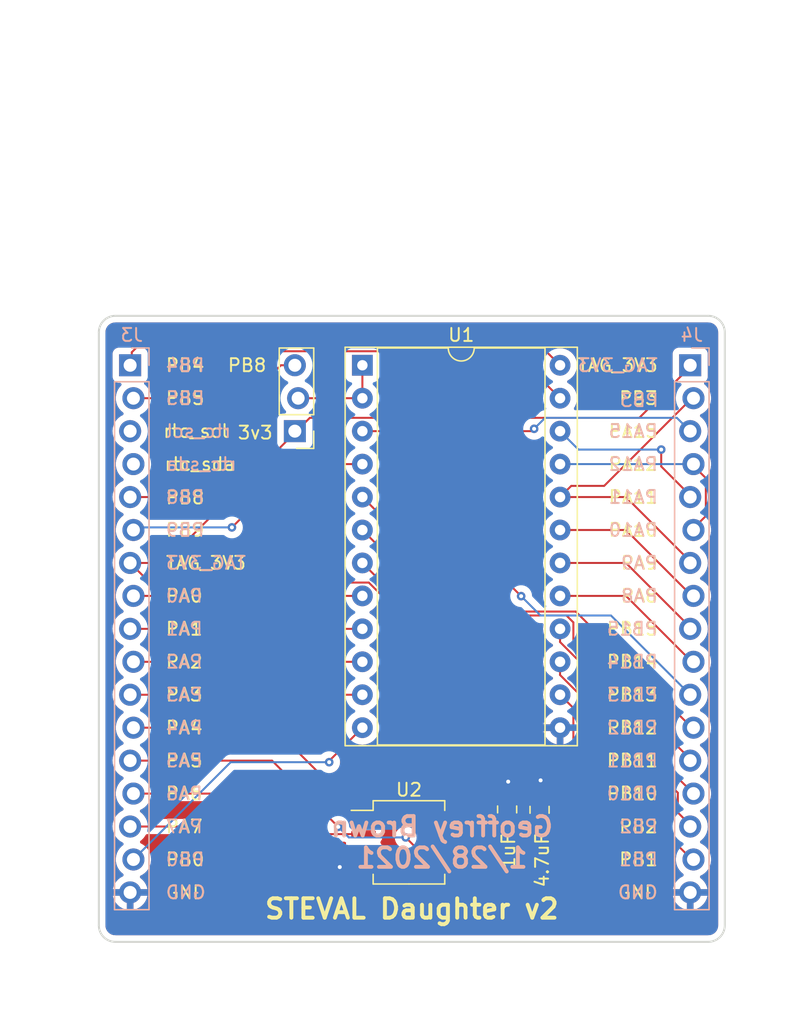
<source format=kicad_pcb>
(kicad_pcb (version 20211014) (generator pcbnew)
  (layers (0 "F.Cu" signal) (31 "B.Cu" signal) (34 "B.Paste" user) (35 "F.Paste" user) (36 "B.SilkS" user "B.Silkscreen") (37 "F.SilkS" user "F.Silkscreen") (38 "B.Mask" user) (39 "F.Mask" user) (44 "Edge.Cuts" user))
  (net 0 "")
  (net 1 "GND")
  (net 2 "/TAG_3V3")
  (net 3 "/PA6")
  (net 4 "/PA5")
  (net 5 "/PA4")
  (net 6 "/PA2")
  (net 7 "/PA0")
  (net 8 "/PB8")
  (net 9 "/PB5")
  (net 10 "/PA10")
  (net 11 "/PA11")
  (net 12 "/PB0")
  (net 13 "/PA7")
  (net 14 "/PA3")
  (net 15 "/PA1")
  (net 16 "/PB9")
  (net 17 "/PB4")
  (net 18 "/PB1")
  (net 19 "/PB2")
  (net 20 "/PB10")
  (net 21 "/PB11")
  (net 22 "/PB12")
  (net 23 "/PB13")
  (net 24 "/PB14")
  (net 25 "/PB15")
  (net 26 "/PA8")
  (net 27 "/PA9")
  (net 28 "/PA15")
  (net 29 "Net-(J101-Pad2)")
  (footprint "Package_SO:SO-8_5.3x6.2mm_P1.27mm" (layer "F.Cu") (at 128.05 112.98)
    (fp_text reference "U2" (at 0 -4.05) (layer "F.SilkS"))
    (fp_text value "AT25FF321")
    (fp_line (start 2.76 3.21) (end 2.76 2.465) (layer "F.SilkS") (width 0.12))
    (fp_line (start 0 3.21) (end -2.76 3.21) (layer "F.SilkS") (width 0.12))
    (fp_line (start -2.76 -3.21) (end -2.76 -2.465) (layer "F.SilkS") (width 0.12))
    (fp_line (start 2.76 -3.21) (end 2.76 -2.465) (layer "F.SilkS") (width 0.12))
    (fp_line (start -2.76 -2.465) (end -4.45 -2.465) (layer "F.SilkS") (width 0.12))
    (fp_line (start 0 -3.21) (end 2.76 -3.21) (layer "F.SilkS") (width 0.12))
    (fp_line (start 0 3.21) (end 2.76 3.21) (layer "F.SilkS") (width 0.12))
    (fp_line (start 0 -3.21) (end -2.76 -3.21) (layer "F.SilkS") (width 0.12))
    (fp_line (start -2.76 3.21) (end -2.76 2.465) (layer "F.SilkS") (width 0.12))
    (pad "1" smd roundrect locked (at -3.5 -1.905) (size 1.9 0.6) (layers "F.Cu" "F.Paste" "F.Mask") (net 5 "/PA4"))
    (pad "2" smd roundrect locked (at -3.5 -0.635) (size 1.9 0.6) (layers "F.Cu" "F.Paste" "F.Mask") (net 3 "/PA6"))
    (pad "3" smd roundrect locked (at -3.5 0.635) (size 1.9 0.6) (layers "F.Cu" "F.Paste" "F.Mask"))
    (pad "4" smd roundrect locked (at -3.5 1.905) (size 1.9 0.6) (layers "F.Cu" "F.Paste" "F.Mask") (net 1 "GND"))
    (pad "5" smd roundrect locked (at 3.5 1.905) (size 1.9 0.6) (layers "F.Cu" "F.Paste" "F.Mask") (net 13 "/PA7"))
    (pad "6" smd roundrect locked (at 3.5 0.635) (size 1.9 0.6) (layers "F.Cu" "F.Paste" "F.Mask") (net 4 "/PA5"))
    (pad "7" smd roundrect locked (at 3.5 -0.635) (size 1.9 0.6) (layers "F.Cu" "F.Paste" "F.Mask"))
    (pad "8" smd roundrect locked (at 3.5 -1.905) (size 1.9 0.6) (layers "F.Cu" "F.Paste" "F.Mask") (net 2 "/TAG_3V3"))
  )
  (footprint "Package_DIP:DIP-24_W15.24mm_Socket" (layer "F.Cu") (at 124.46 76.2)
    (fp_text reference "U1" (at 7.62 -2.33) (layer "F.SilkS"))
    (fp_text value "ST-Steval")
    (fp_line (start 1.16 29.27) (end 14.08 29.27) (layer "F.SilkS") (width 0.12))
    (fp_line (start 6.62 -1.33) (end 1.16 -1.33) (layer "F.SilkS") (width 0.12))
    (fp_line (start -1.33 29.33) (end 16.57 29.33) (layer "F.SilkS") (width 0.12))
    (fp_line (start 1.16 -1.33) (end 1.16 29.27) (layer "F.SilkS") (width 0.12))
    (fp_line (start 16.57 29.33) (end 16.57 -1.39) (layer "F.SilkS") (width 0.12))
    (fp_line (start 16.57 -1.39) (end -1.33 -1.39) (layer "F.SilkS") (width 0.12))
    (fp_line (start -1.33 -1.39) (end -1.33 29.33) (layer "F.SilkS") (width 0.12))
    (fp_line (start 14.08 29.27) (end 14.08 -1.33) (layer "F.SilkS") (width 0.12))
    (fp_line (start 14.08 -1.33) (end 8.62 -1.33) (layer "F.SilkS") (width 0.12))
    (fp_arc (start 8.62 -1.33) (mid 7.62 -0.33) (end 6.62 -1.33) (layer "F.SilkS") (width 0.12))
    (pad "1" thru_hole rect locked (at 0 0) (size 1.6 1.6) (drill 0.8) (layers *.Cu *.Mask) (net 29 "Net-(J101-Pad2)"))
    (pad "2" thru_hole oval locked (at 0 2.54) (size 1.6 1.6) (drill 0.8) (layers *.Cu *.Mask) (net 29 "Net-(J101-Pad2)"))
    (pad "3" thru_hole oval locked (at 0 5.08) (size 1.6 1.6) (drill 0.8) (layers *.Cu *.Mask) (net 28 "/PA15"))
    (pad "4" thru_hole oval locked (at 0 7.62) (size 1.6 1.6) (drill 0.8) (layers *.Cu *.Mask) (net 16 "/PB9"))
    (pad "5" thru_hole oval locked (at 0 10.16) (size 1.6 1.6) (drill 0.8) (layers *.Cu *.Mask) (net 23 "/PB13"))
    (pad "6" thru_hole oval locked (at 0 12.7) (size 1.6 1.6) (drill 0.8) (layers *.Cu *.Mask) (net 22 "/PB12"))
    (pad "7" thru_hole oval locked (at 0 15.24) (size 1.6 1.6) (drill 0.8) (layers *.Cu *.Mask) (net 21 "/PB11"))
    (pad "8" thru_hole oval locked (at 0 17.78) (size 1.6 1.6) (drill 0.8) (layers *.Cu *.Mask) (net 7 "/PA0"))
    (pad "9" thru_hole oval locked (at 0 20.32) (size 1.6 1.6) (drill 0.8) (layers *.Cu *.Mask) (net 15 "/PA1"))
    (pad "10" thru_hole oval locked (at 0 22.86) (size 1.6 1.6) (drill 0.8) (layers *.Cu *.Mask) (net 6 "/PA2"))
    (pad "11" thru_hole oval locked (at 0 25.4) (size 1.6 1.6) (drill 0.8) (layers *.Cu *.Mask) (net 14 "/PA3"))
    (pad "12" thru_hole oval locked (at 0 27.94) (size 1.6 1.6) (drill 0.8) (layers *.Cu *.Mask) (net 12 "/PB0"))
    (pad "13" thru_hole oval locked (at 15.24 27.94) (size 1.6 1.6) (drill 0.8) (layers *.Cu *.Mask) (net 1 "GND"))
    (pad "14" thru_hole oval locked (at 15.24 25.4) (size 1.6 1.6) (drill 0.8) (layers *.Cu *.Mask) (net 18 "/PB1"))
    (pad "15" thru_hole oval locked (at 15.24 22.86) (size 1.6 1.6) (drill 0.8) (layers *.Cu *.Mask) (net 19 "/PB2"))
    (pad "16" thru_hole oval locked (at 15.24 20.32) (size 1.6 1.6) (drill 0.8) (layers *.Cu *.Mask) (net 20 "/PB10"))
    (pad "17" thru_hole oval locked (at 15.24 17.78) (size 1.6 1.6) (drill 0.8) (layers *.Cu *.Mask) (net 24 "/PB14"))
    (pad "18" thru_hole oval locked (at 15.24 15.24) (size 1.6 1.6) (drill 0.8) (layers *.Cu *.Mask) (net 25 "/PB15"))
    (pad "19" thru_hole oval locked (at 15.24 12.7) (size 1.6 1.6) (drill 0.8) (layers *.Cu *.Mask) (net 26 "/PA8"))
    (pad "20" thru_hole oval locked (at 15.24 10.16) (size 1.6 1.6) (drill 0.8) (layers *.Cu *.Mask) (net 27 "/PA9"))
    (pad "21" thru_hole oval locked (at 15.24 7.62) (size 1.6 1.6) (drill 0.8) (layers *.Cu *.Mask) (net 10 "/PA10"))
    (pad "22" thru_hole oval locked (at 15.24 5.08) (size 1.6 1.6) (drill 0.8) (layers *.Cu *.Mask) (net 11 "/PA11"))
    (pad "23" thru_hole oval locked (at 15.24 2.54) (size 1.6 1.6) (drill 0.8) (layers *.Cu *.Mask) (net 9 "/PB5"))
    (pad "24" thru_hole oval locked (at 15.24 0) (size 1.6 1.6) (drill 0.8) (layers *.Cu *.Mask) (net 17 "/PB4"))
  )
  (footprint "Capacitor_SMD:C_0805_2012Metric" (layer "F.Cu") (at 138.12 110.47 90)
    (fp_text reference "C1" hide)
    (fp_text value "4.7uF" (at -3.9 0.2 90) (layer "F.SilkS"))
    (fp_line (start -0.261252 -0.735) (end 0.261252 -0.735) (layer "F.SilkS") (width 0.12))
    (fp_line (start -0.261252 0.735) (end 0.261252 0.735) (layer "F.SilkS") (width 0.12))
    (pad "1" smd roundrect locked (at -0.95 0 90) (size 1 1.45) (layers "F.Cu" "F.Paste" "F.Mask") (net 2 "/TAG_3V3"))
    (pad "2" smd roundrect locked (at 0.95 0 90) (size 1 1.45) (layers "F.Cu" "F.Paste" "F.Mask") (net 1 "GND"))
  )
  (footprint "Capacitor_SMD:C_0805_2012Metric" (layer "F.Cu") (at 135.62 110.44 90)
    (fp_text reference "C2" hide)
    (fp_text value "1uF" (at -3.23 0.1 90) (layer "F.SilkS"))
    (fp_line (start -0.261252 0.735) (end 0.261252 0.735) (layer "F.SilkS") (width 0.12))
    (fp_line (start -0.261252 -0.735) (end 0.261252 -0.735) (layer "F.SilkS") (width 0.12))
    (pad "1" smd roundrect locked (at -0.95 0 90) (size 1 1.45) (layers "F.Cu" "F.Paste" "F.Mask") (net 2 "/TAG_3V3"))
    (pad "2" smd roundrect locked (at 0.95 0 90) (size 1 1.45) (layers "F.Cu" "F.Paste" "F.Mask") (net 1 "GND"))
  )
  (footprint "Connector_PinHeader_2.54mm:PinHeader_1x03_P2.54mm_Vertical" (layer "F.Cu") (at 119.38 81.28 180)
    (fp_text reference "J101" hide)
    (fp_text value "Conn_01x03")
    (fp_line (start -1.33 0) (end -1.33 -1.33) (layer "F.SilkS") (width 0.12))
    (fp_line (start 1.33 1.27) (end 1.33 6.41) (layer "F.SilkS") (width 0.12))
    (fp_line (start -1.33 6.41) (end 1.33 6.41) (layer "F.SilkS") (width 0.12))
    (fp_line (start -1.33 1.27) (end 1.33 1.27) (layer "F.SilkS") (width 0.12))
    (fp_line (start -1.33 -1.33) (end 0 -1.33) (layer "F.SilkS") (width 0.12))
    (fp_line (start -1.33 1.27) (end -1.33 6.41) (layer "F.SilkS") (width 0.12))
    (pad "1" thru_hole rect locked (at 0.127 0 180) (size 1.7 1.7) (drill 1) (layers *.Cu *.Mask) (net 2 "/TAG_3V3"))
    (pad "2" thru_hole oval locked (at -0.127 2.54 180) (size 1.7 1.7) (drill 1) (layers *.Cu *.Mask) (net 29 "Net-(J101-Pad2)"))
    (pad "3" thru_hole oval locked (at 0.127 5.08 180) (size 1.7 1.7) (drill 1) (layers *.Cu *.Mask) (net 8 "/PB8"))
  )
  (footprint "library:PinHeader_1x17_P2.54mm_Vertical_Staggered" (layer "B.Cu") (at 106.68 76.2 180)
    (fp_text reference "J3" (at 0 2.33) (layer "B.SilkS") (effects (justify mirror)))
    (fp_text value "Conn_01x17")
    (fp_line (start -1.33 -41.97) (end 1.33 -41.97) (layer "B.SilkS") (width 0.12))
    (fp_line (start 1.33 -1.27) (end 1.33 -41.97) (layer "B.SilkS") (width 0.12))
    (fp_line (start -1.33 0) (end -1.33 1.33) (layer "B.SilkS") (width 0.12))
    (fp_line (start -1.33 1.33) (end 0 1.33) (layer "B.SilkS") (width 0.12))
    (fp_line (start -1.33 -1.27) (end 1.33 -1.27) (layer "B.SilkS") (width 0.12))
    (fp_line (start -1.33 -1.27) (end -1.33 -41.97) (layer "B.SilkS") (width 0.12))
    (pad "1" thru_hole rect locked (at 0.127 0 180) (size 1.7 1.7) (drill 1) (layers *.Cu *.Mask) (net 17 "/PB4"))
    (pad "2" thru_hole oval locked (at -0.127 -2.54 180) (size 1.7 1.7) (drill 1) (layers *.Cu *.Mask) (net 9 "/PB5"))
    (pad "3" thru_hole oval locked (at 0.127 -5.08 180) (size 1.7 1.7) (drill 1) (layers *.Cu *.Mask))
    (pad "4" thru_hole oval locked (at -0.127 -7.62 180) (size 1.7 1.7) (drill 1) (layers *.Cu *.Mask))
    (pad "5" thru_hole oval locked (at 0.127 -10.16 180) (size 1.7 1.7) (drill 1) (layers *.Cu *.Mask) (net 8 "/PB8"))
    (pad "6" thru_hole oval locked (at -0.127 -12.7 180) (size 1.7 1.7) (drill 1) (layers *.Cu *.Mask) (net 16 "/PB9"))
    (pad "7" thru_hole oval locked (at 0.127 -15.24 180) (size 1.7 1.7) (drill 1) (layers *.Cu *.Mask) (net 2 "/TAG_3V3"))
    (pad "8" thru_hole oval locked (at -0.127 -17.78 180) (size 1.7 1.7) (drill 1) (layers *.Cu *.Mask) (net 7 "/PA0"))
    (pad "9" thru_hole oval locked (at 0.127 -20.32 180) (size 1.7 1.7) (drill 1) (layers *.Cu *.Mask) (net 15 "/PA1"))
    (pad "10" thru_hole oval locked (at -0.127 -22.86 180) (size 1.7 1.7) (drill 1) (layers *.Cu *.Mask) (net 6 "/PA2"))
    (pad "11" thru_hole oval locked (at 0.127 -25.4 180) (size 1.7 1.7) (drill 1) (layers *.Cu *.Mask) (net 14 "/PA3"))
    (pad "12" thru_hole oval locked (at -0.127 -27.94 180) (size 1.7 1.7) (drill 1) (layers *.Cu *.Mask) (net 5 "/PA4"))
    (pad "13" thru_hole oval locked (at 0.127 -30.48 180) (size 1.7 1.7) (drill 1) (layers *.Cu *.Mask) (net 4 "/PA5"))
    (pad "14" thru_hole oval locked (at -0.127 -33.02 180) (size 1.7 1.7) (drill 1) (layers *.Cu *.Mask) (net 3 "/PA6"))
    (pad "15" thru_hole oval locked (at 0.127 -35.56 180) (size 1.7 1.7) (drill 1) (layers *.Cu *.Mask) (net 13 "/PA7"))
    (pad "16" thru_hole oval locked (at -0.127 -38.1 180) (size 1.7 1.7) (drill 1) (layers *.Cu *.Mask) (net 12 "/PB0"))
    (pad "17" thru_hole oval locked (at 0.127 -40.64 180) (size 1.7 1.7) (drill 1) (layers *.Cu *.Mask) (net 1 "GND"))
  )
  (footprint "library:PinHeader_1x17_P2.54mm_Vertical_Staggered" (layer "B.Cu") (at 149.86 76.2 180)
    (fp_text reference "J4" (at 0 2.33) (layer "B.SilkS") (effects (justify mirror)))
    (fp_text value "Conn_01x17")
    (fp_line (start -1.33 1.33) (end 0 1.33) (layer "B.SilkS") (width 0.12))
    (fp_line (start -1.33 -1.27) (end -1.33 -41.97) (layer "B.SilkS") (width 0.12))
    (fp_line (start -1.33 -1.27) (end 1.33 -1.27) (layer "B.SilkS") (width 0.12))
    (fp_line (start 1.33 -1.27) (end 1.33 -41.97) (layer "B.SilkS") (width 0.12))
    (fp_line (start -1.33 0) (end -1.33 1.33) (layer "B.SilkS") (width 0.12))
    (fp_line (start -1.33 -41.97) (end 1.33 -41.97) (layer "B.SilkS") (width 0.12))
    (pad "1" thru_hole rect locked (at 0.127 0 180) (size 1.7 1.7) (drill 1) (layers *.Cu *.Mask) (net 2 "/TAG_3V3"))
    (pad "2" thru_hole oval locked (at -0.127 -2.54 180) (size 1.7 1.7) (drill 1) (layers *.Cu *.Mask) (net 27 "/PA9"))
    (pad "3" thru_hole oval locked (at 0.127 -5.08 180) (size 1.7 1.7) (drill 1) (layers *.Cu *.Mask) (net 28 "/PA15"))
    (pad "4" thru_hole oval locked (at -0.127 -7.62 180) (size 1.7 1.7) (drill 1) (layers *.Cu *.Mask) (net 10 "/PA10"))
    (pad "5" thru_hole oval locked (at 0.127 -10.16 180) (size 1.7 1.7) (drill 1) (layers *.Cu *.Mask) (net 11 "/PA11"))
    (pad "6" thru_hole oval locked (at -0.127 -12.7 180) (size 1.7 1.7) (drill 1) (layers *.Cu *.Mask) (net 10 "/PA10"))
    (pad "7" thru_hole oval locked (at 0.127 -15.24 180) (size 1.7 1.7) (drill 1) (layers *.Cu *.Mask) (net 27 "/PA9"))
    (pad "8" thru_hole oval locked (at -0.127 -17.78 180) (size 1.7 1.7) (drill 1) (layers *.Cu *.Mask) (net 26 "/PA8"))
    (pad "9" thru_hole oval locked (at 0.127 -20.32 180) (size 1.7 1.7) (drill 1) (layers *.Cu *.Mask) (net 25 "/PB15"))
    (pad "10" thru_hole oval locked (at -0.127 -22.86 180) (size 1.7 1.7) (drill 1) (layers *.Cu *.Mask) (net 24 "/PB14"))
    (pad "11" thru_hole oval locked (at 0.127 -25.4 180) (size 1.7 1.7) (drill 1) (layers *.Cu *.Mask) (net 23 "/PB13"))
    (pad "12" thru_hole oval locked (at -0.127 -27.94 180) (size 1.7 1.7) (drill 1) (layers *.Cu *.Mask) (net 22 "/PB12"))
    (pad "13" thru_hole oval locked (at 0.127 -30.48 180) (size 1.7 1.7) (drill 1) (layers *.Cu *.Mask) (net 21 "/PB11"))
    (pad "14" thru_hole oval locked (at -0.127 -33.02 180) (size 1.7 1.7) (drill 1) (layers *.Cu *.Mask) (net 20 "/PB10"))
    (pad "15" thru_hole oval locked (at 0.127 -35.56 180) (size 1.7 1.7) (drill 1) (layers *.Cu *.Mask) (net 19 "/PB2"))
    (pad "16" thru_hole oval locked (at -0.127 -38.1 180) (size 1.7 1.7) (drill 1) (layers *.Cu *.Mask) (net 18 "/PB1"))
    (pad "17" thru_hole oval locked (at 0.127 -40.64 180) (size 1.7 1.7) (drill 1) (layers *.Cu *.Mask) (net 1 "GND"))
  )
  (gr_arc (start 152.4 119.38) (mid 152.028026 120.278026) (end 151.13 120.65) (layer "Edge.Cuts") (width 0.15))
  (gr_line (start 152.4 73.66) (end 152.4 119.38) (layer "Edge.Cuts") (width 0.15))
  (gr_arc (start 105.41 120.65) (mid 104.511974 120.278026) (end 104.14 119.38) (layer "Edge.Cuts") (width 0.15))
  (gr_arc (start 104.14 73.66) (mid 104.511974 72.761974) (end 105.41 72.39) (layer "Edge.Cuts") (width 0.15))
  (gr_line (start 151.13 72.39) (end 105.41 72.39) (layer "Edge.Cuts") (width 0.15))
  (gr_line (start 104.14 73.66) (end 104.14 119.38) (layer "Edge.Cuts") (width 0.15))
  (gr_arc (start 151.13 72.39) (mid 152.028026 72.761974) (end 152.4 73.66) (layer "Edge.Cuts") (width 0.15))
  (gr_line (start 151.13 120.65) (end 105.41 120.65) (layer "Edge.Cuts") (width 0.15))
  (gr_text "Geoffrey Brown\n1/28/2021" (at 130.59 112.98) (layer "B.SilkS") (effects (font (size 1.5 1.5) (thickness 0.3)) (justify mirror)))
  (gr_text "PA7" (at 109.22 111.76) (layer "B.SilkS") (effects (font (size 1 1)) (justify right mirror)))
  (gr_text "PA0" (at 109.22 93.98) (layer "B.SilkS") (effects (font (size 1 1)) (justify right mirror)))
  (gr_text "PB8" (at 109.22 86.36) (layer "B.SilkS") (effects (font (size 1 1)) (justify right mirror)))
  (gr_text "PA1" (at 109.22 96.52) (layer "B.SilkS") (effects (font (size 1 1)) (justify right mirror)))
  (gr_text "PA4" (at 109.22 104.14) (layer "B.SilkS") (effects (font (size 1 1)) (justify right mirror)))
  (gr_text "PA3" (at 109.22 101.6) (layer "B.SilkS") (effects (font (size 1 1)) (justify right mirror)))
  (gr_text "PB9" (at 109.22 88.9) (layer "B.SilkS") (effects (font (size 1 1)) (justify right mirror)))
  (gr_text "PB5" (at 109.22 78.74) (layer "B.SilkS") (effects (font (size 1 1)) (justify right mirror)))
  (gr_text "PB4" (at 109.22 76.2) (layer "B.SilkS") (effects (font (size 1 1)) (justify right mirror)))
  (gr_text "PB3" (at 144.23644 78.89748) (layer "B.SilkS") (effects (font (size 1 1)) (justify right mirror)))
  (gr_text "PB0" (at 109.22 114.3) (layer "B.SilkS") (effects (font (size 1 1)) (justify right mirror)))
  (gr_text "PA2" (at 109.22 99.06) (layer "B.SilkS") (effects (font (size 1 1)) (justify right mirror)))
  (gr_text "PA5" (at 109.22 106.68) (layer "B.SilkS") (effects (font (size 1 1)) (justify right mirror)))
  (gr_text "PB1" (at 147.32 114.3) (layer "B.SilkS") (effects (font (size 1 1)) (justify left mirror)))
  (gr_text "GND" (at 109.22 116.84) (layer "B.SilkS") (effects (font (size 1 1)) (justify right mirror)))
  (gr_text "PA6" (at 109.22 109.22) (layer "B.SilkS") (effects (font (size 1 1)) (justify right mirror)))
  (gr_text "PB15" (at 147.32 96.52) (layer "B.SilkS") (effects (font (size 1 1)) (justify left mirror)))
  (gr_text "PA8" (at 147.32 93.98) (layer "B.SilkS") (effects (font (size 1 1)) (justify left mirror)))
  (gr_text "PA9" (at 147.32 91.44) (layer "B.SilkS") (effects (font (size 1 1)) (justify left mirror)))
  (gr_text "PA11" (at 147.32 86.36) (layer "B.SilkS") (effects (font (size 1 1)) (justify left mirror)))
  (gr_text "PA10" (at 147.32 88.9) (layer "B.SilkS") (effects (font (size 1 1)) (justify left mirror)))
  (gr_text "PA15" (at 147.32 81.28) (layer "B.SilkS") (effects (font (size 1 1)) (justify left mirror)))
  (gr_text "PB11" (at 147.32 106.68) (layer "B.SilkS") (effects (font (size 1 1)) (justify left mirror)))
  (gr_text "GND" (at 147.32 116.84) (layer "B.SilkS") (effects (font (size 1 1)) (justify left mirror)))
  (gr_text "TAG_3V3" (at 115.57 91.44) (layer "B.SilkS") (effects (font (size 1 1)) (justify left mirror)))
  (gr_text "PB12" (at 147.32 104.14) (layer "B.SilkS") (effects (font (size 1 1)) (justify left mirror)))
  (gr_text "TAG_3V3" (at 147.32 76.2) (layer "B.SilkS") (effects (font (size 1 1)) (justify left mirror)))
  (gr_text "PB10" (at 147.32 109.22) (layer "B.SilkS") (effects (font (size 1 1)) (justify left mirror)))
  (gr_text "PB2" (at 147.32 111.76) (layer "B.SilkS") (effects (font (size 1 1)) (justify left mirror)))
  (gr_text "PB13" (at 147.32 101.6) (layer "B.SilkS") (effects (font (size 1 1)) (justify left mirror)))
  (gr_text "PB14" (at 147.32 99.06) (layer "B.SilkS") (effects (font (size 1 1)) (justify left mirror)))
  (gr_text "PA12" (at 147.32 83.82) (layer "B.SilkS") (effects (font (size 1 1)) (justify left mirror)))
  (gr_text "rtc_scl" (at 109.22 81.28) (layer "B.SilkS") (effects (font (size 1 1)) (justify right mirror)))
  (gr_text "rtc_sda" (at 109.22 83.82) (layer "B.SilkS") (effects (font (size 1 1)) (justify right mirror)))
  (gr_text "PB1" (at 147.32 114.3) (layer "F.SilkS") (effects (font (size 1 1)) (justify right)))
  (gr_text "TAG_3V3" (at 115.57 91.44) (layer "F.SilkS") (effects (font (size 1 1)) (justify right)))
  (gr_text "GND" (at 147.32 116.84) (layer "F.SilkS") (effects (font (size 1 1)) (justify right)))
  (gr_text "GND" (at 109.22 116.84) (layer "F.SilkS") (effects (font (size 1 1)) (justify left)))
  (gr_text "rtc_scl" (at 109.02 81.28) (layer "F.SilkS") (effects (font (size 1 1)) (justify left)))
  (gr_text "PA9" (at 147.32 91.44) (layer "F.SilkS") (effects (font (size 1 1)) (justify right)))
  (gr_text "rtc_sda" (at 109.12 83.82) (layer "F.SilkS") (effects (font (size 1 1)) (justify left)))
  (gr_text "PB12" (at 147.32 104.14) (layer "F.SilkS") (effects (font (size 1 1)) (justify right)))
  (gr_text "STEVAL Daughter v2" (at 128.27 118.11) (layer "F.SilkS") (effects (font (size 1.5 1.5) (thickness 0.3))))
  (gr_text "PA8" (at 147.32 93.98) (layer "F.SilkS") (effects (font (size 1 1)) (justify right)))
  (gr_text "PB13" (at 147.32 101.6) (layer "F.SilkS") (effects (font (size 1 1)) (justify right)))
  (gr_text "PA15" (at 147.32 81.28) (layer "F.SilkS") (effects (font (size 1 1)) (justify right)))
  (gr_text "PA4" (at 109.22 104.14) (layer "F.SilkS") (effects (font (size 1 1)) (justify left)))
  (gr_text "PB8" (at 115.57 76.2) (layer "F.SilkS") (effects (font (size 1 1))))
  (gr_text "PA10" (at 147.32 88.9) (layer "F.SilkS") (effects (font (size 1 1)) (justify right)))
  (gr_text "PA11" (at 147.32 86.36) (layer "F.SilkS") (effects (font (size 1 1)) (justify right)))
  (gr_text "PB10" (at 147.32 109.22) (layer "F.SilkS") (effects (font (size 1 1)) (justify right)))
  (gr_text "PA6" (at 109.22 109.22) (layer "F.SilkS") (effects (font (size 1 1)) (justify left)))
  (gr_text "PB5" (at 109.22 78.74) (layer "F.SilkS") (effects (font (size 1 1)) (justify left)))
  (gr_text "PB3" (at 147.32 78.74) (layer "F.SilkS") (effects (font (size 1 1)) (justify right)))
  (gr_text "PB14" (at 147.32 99.06) (layer "F.SilkS") (effects (font (size 1 1)) (justify right)))
  (gr_text "PB0" (at 109.22 114.3) (layer "F.SilkS") (effects (font (size 1 1)) (justify left)))
  (gr_text "PA12" (at 147.32 83.82) (layer "F.SilkS") (effects (font (size 1 1)) (justify right)))
  (gr_text "PA3" (at 109.22 101.6) (layer "F.SilkS") (effects (font (size 1 1)) (justify left)))
  (gr_text "PB11" (at 147.32 106.68) (layer "F.SilkS") (effects (font (size 1 1)) (justify right)))
  (gr_text "PB2" (at 147.32 111.76) (layer "F.SilkS") (effects (font (size 1 1)) (justify right)))
  (gr_text "TAG_3V3" (at 147.32 76.2) (layer "F.SilkS") (effects (font (size 1 1)) (justify right)))
  (gr_text "PB15" (at 147.32 96.52) (layer "F.SilkS") (effects (font (size 1 1)) (justify right)))
  (gr_text "PA1" (at 109.22 96.52) (layer "F.SilkS") (effects (font (size 1 1)) (justify left)))
  (gr_text "3v3" (at 116.2 81.4) (layer "F.SilkS") (effects (font (size 1 1))))
  (gr_text "PB4" (at 109.22 76.2) (layer "F.SilkS") (effects (font (size 1 1)) (justify left)))
  (gr_text "PA2" (at 109.22 99.06) (layer "F.SilkS") (effects (font (size 1 1)) (justify left)))
  (gr_text "PA0" (at 109.22 93.98) (layer "F.SilkS") (effects (font (size 1 1)) (justify left)))
  (gr_text "PA5" (at 109.22 106.68) (layer "F.SilkS") (effects (font (size 1 1)) (justify left)))
  (gr_text "PB8" (at 109.22 86.4) (layer "F.SilkS") (effects (font (size 1 1)) (justify left)))
  (gr_text "PA7" (at 109.22 111.76) (layer "F.SilkS") (effects (font (size 1 1)) (justify left)))
  (gr_text "PB9" (at 109.22 88.9) (layer "F.SilkS") (effects (font (size 1 1)) (justify left)))
  (segment (start 135.62 109.49) (end 138.09 109.49) (width 0.1524) (layer "F.Cu") (net 1))
  (segment (start 138.09 109.49) (end 138.12 109.52) (width 0.1524) (layer "F.Cu") (net 1))
  (segment (start 135.62 108.52) (end 135.7 108.44) (width 0.1524) (layer "F.Cu") (net 1))
  (segment (start 138.12 109.52) (end 138.12 108.28) (width 0.1524) (layer "F.Cu") (net 1))
  (segment (start 124.55 114.885) (end 122.715 114.885) (width 0.1524) (layer "F.Cu") (net 1))
  (segment (start 135.62 109.49) (end 135.62 108.52) (width 0.1524) (layer "F.Cu") (net 1))
  (segment (start 135.7 108.44) (end 135.7 108.3) (width 0.1524) (layer "F.Cu") (net 1))
  (segment (start 138.12 108.28) (end 138.2 108.2) (width 0.1524) (layer "F.Cu") (net 1))
  (via (at 122.715 114.885) (size 0.6604) (drill 0.3048) (layers "F.Cu" "B.Cu") (net 1))
  (via (at 138.2 108.2) (size 0.6604) (drill 0.3048) (layers "F.Cu" "B.Cu") (net 1))
  (via (at 135.7 108.3) (size 0.6604) (drill 0.3048) (layers "F.Cu" "B.Cu") (net 1))
  (segment (start 119.38 81.28) (end 120.408601 80.251399) (width 0.1524) (layer "F.Cu") (net 2))
  (segment (start 124.953729 92.951399) (end 131.55 99.54767) (width 0.1524) (layer "F.Cu") (net 2))
  (segment (start 120.408601 80.251399) (end 145.808601 80.251399) (width 0.1524) (layer "F.Cu") (net 2))
  (segment (start 106.553 91.44) (end 108.064399 92.951399) (width 0.1524) (layer "F.Cu") (net 2))
  (segment (start 131.55 99.54767) (end 131.55 111.075) (width 0.1524) (layer "F.Cu") (net 2))
  (segment (start 106.68 91.44) (end 109.22 91.44) (width 0.1524) (layer "F.Cu") (net 2))
  (segment (start 135.62 111.39) (end 138.09 111.39) (width 0.1524) (layer "F.Cu") (net 2))
  (segment (start 138.09 111.39) (end 138.12 111.42) (width 0.1524) (layer "F.Cu") (net 2))
  (segment (start 145.808601 80.251399) (end 149.86 76.2) (width 0.1524) (layer "F.Cu") (net 2))
  (segment (start 131.55 111.075) (end 135.305 111.075) (width 0.1524) (layer "F.Cu") (net 2))
  (segment (start 135.305 111.075) (end 135.62 111.39) (width 0.1524) (layer "F.Cu") (net 2))
  (segment (start 108.064399 92.951399) (end 124.953729 92.951399) (width 0.1524) (layer "F.Cu") (net 2))
  (segment (start 109.22 91.44) (end 119.38 81.28) (width 0.1524) (layer "F.Cu") (net 2))
  (segment (start 118.02 109.22) (end 121.145 112.345) (width 0.1524) (layer "F.Cu") (net 3))
  (segment (start 121.145 112.345) (end 124.55 112.345) (width 0.1524) (layer "F.Cu") (net 3))
  (segment (start 106.807 109.22) (end 118.02 109.22) (width 0.1524) (layer "F.Cu") (net 3))
  (segment (start 127.8 112.6) (end 128.815 113.615) (width 0.1524) (layer "F.Cu") (net 4))
  (segment (start 117.49381 106.68) (end 122.6 111.78619) (width 0.1524) (layer "F.Cu") (net 4))
  (segment (start 128.815 113.615) (end 131.55 113.615) (width 0.1524) (layer "F.Cu") (net 4))
  (segment (start 106.553 106.68) (end 117.49381 106.68) (width 0.1524) (layer "F.Cu") (net 4))
  (via (at 122.6 111.78619) (size 0.6604) (drill 0.3048) (layers "F.Cu" "B.Cu") (net 4))
  (via (at 127.8 112.6) (size 0.6604) (drill 0.3048) (layers "F.Cu" "B.Cu") (net 4))
  (segment (start 127.8 112.6) (end 123.41381 112.6) (width 0.1524) (layer "B.Cu") (net 4))
  (segment (start 123.41381 112.6) (end 122.6 111.78619) (width 0.1524) (layer "B.Cu") (net 4))
  (segment (start 106.807 104.14) (end 117.615 104.14) (width 0.1524) (layer "F.Cu") (net 5))
  (segment (start 117.615 104.14) (end 124.55 111.075) (width 0.1524) (layer "F.Cu") (net 5))
  (segment (start 106.807 99.06) (end 124.46 99.06) (width 0.1524) (layer "F.Cu") (net 6))
  (segment (start 106.807 93.98) (end 124.46 93.98) (width 0.1524) (layer "F.Cu") (net 7))
  (segment (start 108.017919 86.36) (end 118.177919 76.2) (width 0.1524) (layer "F.Cu") (net 8))
  (segment (start 118.177919 76.2) (end 119.38 76.2) (width 0.1524) (layer "F.Cu") (net 8))
  (segment (start 106.68 86.36) (end 108.017919 86.36) (width 0.1524) (layer "F.Cu") (net 8))
  (segment (start 113.26 78.74) (end 116.878601 75.121399) (width 0.1524) (layer "F.Cu") (net 9))
  (segment (start 106.68 78.74) (end 113.26 78.74) (width 0.1524) (layer "F.Cu") (net 9))
  (segment (start 116.878601 75.121399) (end 136.081399 75.121399) (width 0.1524) (layer "F.Cu") (net 9))
  (segment (start 136.081399 75.121399) (end 139.7 78.74) (width 0.1524) (layer "F.Cu") (net 9))
  (segment (start 149.86 88.9) (end 150.938601 87.821399) (width 0.1524) (layer "F.Cu") (net 10))
  (segment (start 150.938601 87.821399) (end 150.938601 84.898601) (width 0.1524) (layer "F.Cu") (net 10))
  (segment (start 150.938601 84.898601) (end 149.86 83.82) (width 0.1524) (layer "F.Cu") (net 10))
  (segment (start 149.86 83.82) (end 139.7 83.82) (width 0.1524) (layer "B.Cu") (net 10))
  (segment (start 149.86 86.36) (end 147.5 84) (width 0.1524) (layer "F.Cu") (net 11))
  (segment (start 147.5 84) (end 147.5 82.7) (width 0.1524) (layer "F.Cu") (net 11))
  (via (at 147.5 82.7) (size 0.6604) (drill 0.3048) (layers "F.Cu" "B.Cu") (net 11))
  (segment (start 141.12 82.7) (end 139.7 81.28) (width 0.1524) (layer "B.Cu") (net 11))
  (segment (start 147.5 82.7) (end 141.12 82.7) (width 0.1524) (layer "B.Cu") (net 11))
  (segment (start 124.46 104.14) (end 121.9 106.7) (width 0.1524) (layer "F.Cu") (net 12))
  (segment (start 121.9 106.7) (end 121.9 106.8) (width 0.1524) (layer "F.Cu") (net 12))
  (via (at 121.9 106.8) (size 0.6604) (drill 0.3048) (layers "F.Cu" "B.Cu") (net 12))
  (segment (start 114.307 106.8) (end 106.807 114.3) (width 0.1524) (layer "B.Cu") (net 12))
  (segment (start 121.9 106.8) (end 114.307 106.8) (width 0.1524) (layer "B.Cu") (net 12))
  (segment (start 106.553 111.76) (end 115.96 111.76) (width 0.1524) (layer "F.Cu") (net 13))
  (segment (start 120.9 116.7) (end 129.735 116.7) (width 0.1524) (layer "F.Cu") (net 13))
  (segment (start 115.96 111.76) (end 120.9 116.7) (width 0.1524) (layer "F.Cu") (net 13))
  (segment (start 129.735 116.7) (end 131.55 114.885) (width 0.1524) (layer "F.Cu") (net 13))
  (segment (start 106.553 101.6) (end 124.46 101.6) (width 0.1524) (layer "F.Cu") (net 14))
  (segment (start 106.553 96.52) (end 124.46 96.52) (width 0.1524) (layer "F.Cu") (net 15))
  (segment (start 124.46 83.82) (end 119.28 83.82) (width 0.1524) (layer "F.Cu") (net 16))
  (segment (start 119.28 83.82) (end 114.4 88.7) (width 0.1524) (layer "F.Cu") (net 16))
  (via (at 114.4 88.7) (size 0.6604) (drill 0.3048) (layers "F.Cu" "B.Cu") (net 16))
  (segment (start 114.4 88.7) (end 107.007 88.7) (width 0.1524) (layer "B.Cu") (net 16))
  (segment (start 107.007 88.7) (end 106.807 88.9) (width 0.1524) (layer "B.Cu") (net 16))
  (segment (start 106.68 75.1976) (end 107.282411 74.595189) (width 0.1524) (layer "F.Cu") (net 17))
  (segment (start 138.095189 74.595189) (end 138.900001 75.400001) (width 0.1524) (layer "F.Cu") (net 17))
  (segment (start 138.900001 75.400001) (end 139.7 76.2) (width 0.1524) (layer "F.Cu") (net 17))
  (segment (start 106.68 76.2) (end 106.68 75.1976) (width 0.1524) (layer "F.Cu") (net 17))
  (segment (start 107.282411 74.595189) (end 138.095189 74.595189) (width 0.1524) (layer "F.Cu") (net 17))
  (segment (start 139.7 101.6) (end 140.728601 102.628601) (width 0.1524) (layer "F.Cu") (net 18))
  (segment (start 140.728601 102.628601) (end 140.728601 105.168601) (width 0.1524) (layer "F.Cu") (net 18))
  (segment (start 140.728601 105.168601) (end 149.86 114.3) (width 0.1524) (layer "F.Cu") (net 18))
  (segment (start 139.7 100.07767) (end 148.781399 109.159069) (width 0.1524) (layer "F.Cu") (net 19))
  (segment (start 148.781399 109.159069) (end 148.781399 110.681399) (width 0.1524) (layer "F.Cu") (net 19))
  (segment (start 148.781399 110.681399) (end 149.86 111.76) (width 0.1524) (layer "F.Cu") (net 19))
  (segment (start 139.7 99.06) (end 139.7 100.07767) (width 0.1524) (layer "F.Cu") (net 19))
  (segment (start 147.981165 107.214165) (end 147.981165 105.818835) (width 0.1524) (layer "F.Cu") (net 20))
  (segment (start 149.987 109.22) (end 147.981165 107.214165) (width 0.1524) (layer "F.Cu") (net 20))
  (segment (start 139.7 97.53767) (end 147.981165 105.818835) (width 0.1524) (layer "F.Cu") (net 20))
  (segment (start 139.7 96.52) (end 139.7 97.53767) (width 0.1524) (layer "F.Cu") (net 20))
  (segment (start 128.511399 95.491399) (end 124.46 91.44) (width 0.1524) (layer "F.Cu") (net 21))
  (segment (start 149.86 106.68) (end 140.728601 97.548601) (width 0.1524) (layer "F.Cu") (net 21))
  (segment (start 140.193729 95.491399) (end 128.511399 95.491399) (width 0.1524) (layer "F.Cu") (net 21))
  (segment (start 140.728601 96.026271) (end 140.193729 95.491399) (width 0.1524) (layer "F.Cu") (net 21))
  (segment (start 140.728601 97.548601) (end 140.728601 96.026271) (width 0.1524) (layer "F.Cu") (net 21))
  (segment (start 130.746588 95.186588) (end 124.46 88.9) (width 0.1524) (layer "F.Cu") (net 22))
  (segment (start 149.86 104.14) (end 140.906588 95.186588) (width 0.1524) (layer "F.Cu") (net 22))
  (segment (start 140.906588 95.186588) (end 130.746588 95.186588) (width 0.1524) (layer "F.Cu") (net 22))
  (segment (start 136.7 94) (end 135.5 92.8) (width 0.1524) (layer "F.Cu") (net 23))
  (segment (start 135.5 92.8) (end 130.9 92.8) (width 0.1524) (layer "F.Cu") (net 23))
  (segment (start 130.9 92.8) (end 125.259999 87.159999) (width 0.1524) (layer "F.Cu") (net 23))
  (segment (start 125.259999 87.159999) (end 124.46 86.36) (width 0.1524) (layer "F.Cu") (net 23))
  (via (at 136.7 94) (size 0.6604) (drill 0.3048) (layers "F.Cu" "B.Cu") (net 23))
  (segment (start 149.733 101.6) (end 143.624399 95.491399) (width 0.1524) (layer "B.Cu") (net 23))
  (segment (start 143.624399 95.491399) (end 138.191399 95.491399) (width 0.1524) (layer "B.Cu") (net 23))
  (segment (start 138.191399 95.491399) (end 136.7 94) (width 0.1524) (layer "B.Cu") (net 23))
  (segment (start 139.7 93.98) (end 144.78 93.98) (width 0.1524) (layer "F.Cu") (net 24))
  (segment (start 144.78 93.98) (end 149.86 99.06) (width 0.1524) (layer "F.Cu") (net 24))
  (segment (start 139.7 91.44) (end 144.78 91.44) (width 0.1524) (layer "F.Cu") (net 25))
  (segment (start 144.78 91.44) (end 149.86 96.52) (width 0.1524) (layer "F.Cu") (net 25))
  (segment (start 139.7 88.9) (end 144.78 88.9) (width 0.1524) (layer "F.Cu") (net 26))
  (segment (start 144.78 88.9) (end 149.86 93.98) (width 0.1524) (layer "F.Cu") (net 26))
  (segment (start 144.78 86.36) (end 149.86 91.44) (width 0.1524) (layer "F.Cu") (net 27))
  (segment (start 149.86 78.74) (end 143.1 85.5) (width 0.1524) (layer "F.Cu") (net 27))
  (segment (start 140.56 85.5) (end 139.7 86.36) (width 0.1524) (layer "F.Cu") (net 27))
  (segment (start 143.1 85.5) (end 140.56 85.5) (width 0.1524) (layer "F.Cu") (net 27))
  (segment (start 139.7 86.36) (end 144.78 86.36) (width 0.1524) (layer "F.Cu") (net 27))
  (segment (start 137.52 81.28) (end 137.7 81.1) (width 0.1524) (layer "F.Cu") (net 28))
  (segment (start 124.46 81.28) (end 137.52 81.28) (width 0.1524) (layer "F.Cu") (net 28))
  (via (at 137.7 81.1) (size 0.6604) (drill 0.3048) (layers "F.Cu" "B.Cu") (net 28))
  (segment (start 137.7 81.1) (end 138.548601 80.251399) (width 0.1524) (layer "B.Cu") (net 28))
  (segment (start 148.704399 80.251399) (end 149.733 81.28) (width 0.1524) (layer "B.Cu") (net 28))
  (segment (start 138.548601 80.251399) (end 148.704399 80.251399) (width 0.1524) (layer "B.Cu") (net 28))
  (segment (start 119.38 78.74) (end 124.46 78.74) (width 0.1524) (layer "F.Cu") (net 29))
  (segment (start 124.46 76.2) (end 124.46 78.74) (width 0.1524) (layer "F.Cu") (net 29))
  (zone (net 1) (net_name "GND") (layer "F.Cu") (connect_pads (clearance 0.508)) (min_thickness 0.254) (fill yes (thermal_gap 0.508) (thermal_bridge_width 0.508))
    (polygon (pts (xy 157.0482 48.04156) (xy 157.52064 127) (xy 99.06 127) (xy 99.06 48.26)))
  )
  (zone (net 1) (net_name "GND") (layer "B.Cu") (connect_pads (clearance 0.508)) (min_thickness 0.254) (fill yes (thermal_gap 0.508) (thermal_bridge_width 0.508))
    (polygon (pts (xy 157.0482 48.04156) (xy 157.3784 127) (xy 97.31502 127) (xy 96.52 48.26)))
  )
)
</source>
